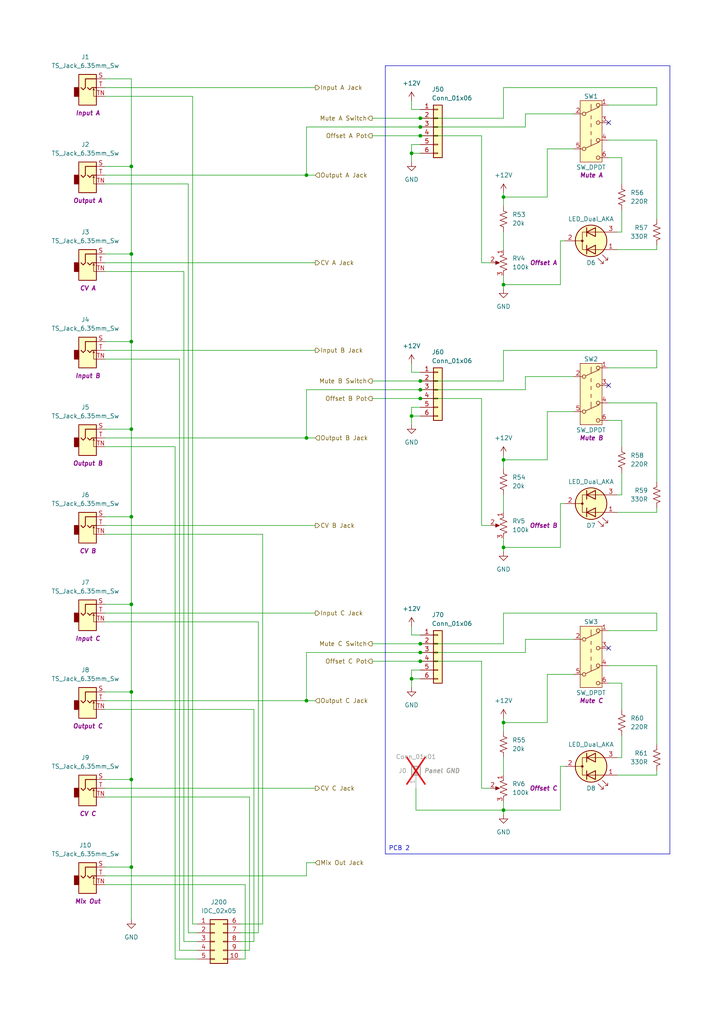
<source format=kicad_sch>
(kicad_sch (version 20250114) (generator "eeschema") (generator_version "9.0")
  (paper "A4" portrait)
  (title_block (company "DMH Instruments") (comment 1 "PCB for 5 cm Kosmo format synthesizer module"))
  (lib_symbols
    (symbol "Connector_Generic:Conn_01x01" (pin_names (offset 1.016) (hide yes))
      (property "Reference" "J" (at 0 2.54 0))
      (property "Value" "Conn_01x01" (at 0 -2.54 0))
      (symbol "Conn_01x01_1_1"
        (rectangle (start -1.27 1.27) (end 1.27 -1.27) (stroke (width 0.254)) (fill (type background)))
        (rectangle (start -1.27 0.127) (end 0 -0.127) (stroke (width 0.1524)))
        (pin passive line (at -5.08 0 0) (length 3.81) (name "Pin_1") (number "1"))
      )
    )
    (symbol "Connector_Generic:Conn_01x06" (pin_names (offset 1.016) (hide yes))
      (property "Reference" "J" (at 0 7.62 0))
      (property "Value" "Conn_01x06" (at 0 -10.16 0))
      (symbol "Conn_01x06_1_1"
        (rectangle (start -1.27 6.35) (end 1.27 -8.89) (stroke (width 0.254)) (fill (type background)))
        (rectangle (start -1.27 5.207) (end 0 4.953) (stroke (width 0.1524)))
        (rectangle (start -1.27 2.667) (end 0 2.413) (stroke (width 0.1524)))
        (rectangle (start -1.27 0.127) (end 0 -0.127) (stroke (width 0.1524)))
        (rectangle (start -1.27 -2.413) (end 0 -2.667) (stroke (width 0.1524)))
        (rectangle (start -1.27 -4.953) (end 0 -5.207) (stroke (width 0.1524)))
        (rectangle (start -1.27 -7.493) (end 0 -7.747) (stroke (width 0.1524)))
        (pin passive line (at -5.08 5.08 0) (length 3.81) (name "Pin_1") (number "1"))
        (pin passive line (at -5.08 2.54 0) (length 3.81) (name "Pin_2") (number "2"))
        (pin passive line (at -5.08 0 0) (length 3.81) (name "Pin_3") (number "3"))
        (pin passive line (at -5.08 -2.54 0) (length 3.81) (name "Pin_4") (number "4"))
        (pin passive line (at -5.08 -5.08 0) (length 3.81) (name "Pin_5") (number "5"))
        (pin passive line (at -5.08 -7.62 0) (length 3.81) (name "Pin_6") (number "6"))
      )
    )
    (symbol "Device:LED_Dual_AKA" (pin_names (offset 0) (hide yes))
      (property "Reference" "D" (at 0 5.715 0))
      (property "Value" "LED_Dual_AKA" (at 0 -6.35 0))
      (symbol "LED_Dual_AKA_0_1"
        (polyline (pts (xy -4.572 0) (xy -2.54 0)))
        (circle (center -2.54 0) (radius 0.2794) (fill (type outline)))
        (polyline (pts (xy -1.27 1.27) (xy -1.27 3.81)) (stroke (width 0.254)))
        (polyline (pts (xy -1.27 -1.27) (xy -1.27 -3.81)) (stroke (width 0.254)))
        (circle (center 0 0) (radius 4.572) (stroke (width 0.254)) (fill (type background)))
        (polyline (pts (xy 1.27 1.27) (xy 1.27 3.81) (xy -1.27 2.54) (xy 1.27 1.27)) (stroke (width 0.254)))
        (polyline (pts (xy 1.27 -3.81) (xy 1.27 -1.27) (xy -1.27 -2.54) (xy 1.27 -3.81)) (stroke (width 0.254)))
        (polyline (pts (xy 2.032 5.08) (xy 3.556 6.604) (xy 2.794 6.604) (xy 3.556 6.604) (xy 3.556 5.842)))
        (polyline (pts (xy 2.032 2.54) (xy -2.54 2.54) (xy -2.54 -2.54) (xy 2.032 -2.54)))
        (polyline (pts (xy 3.302 4.064) (xy 4.826 5.588) (xy 4.064 5.588) (xy 4.826 5.588) (xy 4.826 4.826)))
        (polyline (pts (xy 3.81 2.54) (xy 1.905 2.54)))
        (polyline (pts (xy 3.81 -2.54) (xy 1.905 -2.54)))
      )
      (symbol "LED_Dual_AKA_1_1"
        (pin input line (at -7.62 0 0) (length 3.048) (name "K") (number "2"))
        (pin input line (at 7.62 2.54 180) (length 3.81) (name "A1") (number "1"))
        (pin input line (at 7.62 -2.54 180) (length 3.81) (name "A2") (number "3"))
      )
    )
    (symbol "Device:R_Potentiometer_US" (pin_names (offset 1.016) (hide yes))
      (property "Reference" "RV" (at -4.445 0 90))
      (property "Value" "R_Potentiometer_US" (at -2.54 0 90))
      (symbol "R_Potentiometer_US_0_1"
        (polyline (pts (xy 0 2.54) (xy 0 2.286)))
        (polyline (pts (xy 0 2.286) (xy 1.016 1.905) (xy 0 1.524) (xy -1.016 1.143) (xy 0 0.762)))
        (polyline (pts (xy 0 0.762) (xy 1.016 0.381) (xy 0 0) (xy -1.016 -0.381) (xy 0 -0.762)))
        (polyline (pts (xy 0 -0.762) (xy 1.016 -1.143) (xy 0 -1.524) (xy -1.016 -1.905) (xy 0 -2.286)))
        (polyline (pts (xy 0 -2.286) (xy 0 -2.54)))
        (polyline (pts (xy 1.143 0) (xy 2.286 0.508) (xy 2.286 -0.508) (xy 1.143 0)) (fill (type outline)))
        (polyline (pts (xy 2.54 0) (xy 1.524 0)))
      )
      (symbol "R_Potentiometer_US_1_1"
        (pin passive line (at 0 3.81 270) (length 1.27) (name "1") (number "1"))
        (pin passive line (at 0 -3.81 90) (length 1.27) (name "3") (number "3"))
        (pin passive line (at 3.81 0 180) (length 1.27) (name "2") (number "2"))
      )
    )
    (symbol "Device:R_US" (pin_numbers (hide yes)) (pin_names (offset 0))
      (property "Reference" "R" (at 2.54 0 90))
      (property "Value" "R_US" (at -2.54 0 90))
      (symbol "R_US_0_1"
        (polyline (pts (xy 0 2.286) (xy 0 2.54)))
        (polyline (pts (xy 0 2.286) (xy 1.016 1.905) (xy 0 1.524) (xy -1.016 1.143) (xy 0 0.762)))
        (polyline (pts (xy 0 0.762) (xy 1.016 0.381) (xy 0 0) (xy -1.016 -0.381) (xy 0 -0.762)))
        (polyline (pts (xy 0 -0.762) (xy 1.016 -1.143) (xy 0 -1.524) (xy -1.016 -1.905) (xy 0 -2.286)))
        (polyline (pts (xy 0 -2.286) (xy 0 -2.54)))
      )
      (symbol "R_US_1_1"
        (pin passive line (at 0 3.81 270) (length 1.27) (name "~") (number "1"))
        (pin passive line (at 0 -3.81 90) (length 1.27) (name "~") (number "2"))
      )
    )
    (symbol "SynthStuff:BackBone_Connector_10Pin" (pin_names (offset 1.016) (hide yes))
      (property "Reference" "J" (at 0 -10.922 0))
      (property "Value" "IDC_02x05" (at 0 -8.382 0))
      (symbol "BackBone_Connector_10Pin_1_1"
        (rectangle (start -2.54 6.35) (end 2.54 -6.35) (stroke (width 0.254)) (fill (type background)))
        (rectangle (start -2.54 5.207) (end -1.27 4.953) (stroke (width 0.1524)))
        (rectangle (start -2.54 2.667) (end -1.27 2.413) (stroke (width 0.1524)))
        (rectangle (start -2.54 0.127) (end -1.27 -0.127) (stroke (width 0.1524)))
        (rectangle (start -2.54 -2.413) (end -1.27 -2.667) (stroke (width 0.1524)))
        (rectangle (start -2.54 -4.953) (end -1.27 -5.207) (stroke (width 0.1524)))
        (rectangle (start 2.54 5.207) (end 1.27 4.953) (stroke (width 0.1524)))
        (rectangle (start 2.54 2.667) (end 1.27 2.413) (stroke (width 0.1524)))
        (rectangle (start 2.54 0.127) (end 1.27 -0.127) (stroke (width 0.1524)))
        (rectangle (start 2.54 -2.413) (end 1.27 -2.667) (stroke (width 0.1524)))
        (rectangle (start 2.54 -4.953) (end 1.27 -5.207) (stroke (width 0.1524)))
        (pin passive line (at -6.35 5.08 0) (length 3.81) (name "Pin_1") (number "1"))
        (pin passive line (at -6.35 2.54 0) (length 3.81) (name "Pin_2") (number "2"))
        (pin passive line (at -6.35 0 0) (length 3.81) (name "Pin_3") (number "3"))
        (pin passive line (at -6.35 -2.54 0) (length 3.81) (name "Pin_4") (number "4"))
        (pin passive line (at -6.35 -5.08 0) (length 3.81) (name "Pin_5") (number "5"))
        (pin passive line (at 6.35 5.08 180) (length 3.81) (name "Pin_6") (number "6"))
        (pin passive line (at 6.35 2.54 180) (length 3.81) (name "Pin_7") (number "7"))
        (pin passive line (at 6.35 0 180) (length 3.81) (name "Pin_8") (number "8"))
        (pin passive line (at 6.35 -2.54 180) (length 3.81) (name "Pin_9") (number "9"))
        (pin passive line (at 6.35 -5.08 180) (length 3.81) (name "Pin_10") (number "10"))
      )
    )
    (symbol "SynthStuff:Switch_DPDT" (pin_names (offset 0) (hide yes))
      (property "Reference" "SW" (at 0 -13.97 0))
      (property "Value" "SW_DPDT" (at 0 -11.43 0))
      (symbol "Switch_DPDT_0_0"
        (circle (center -2.032 5.08) (radius 0.508))
        (circle (center -2.032 -5.08) (radius 0.508))
        (circle (center 2.032 2.54) (radius 0.508))
        (circle (center 2.032 -7.62) (radius 0.508))
      )
      (symbol "Switch_DPDT_0_1"
        (polyline (pts (xy -1.524 5.334) (xy 2.3368 7.0612)))
        (polyline (pts (xy -1.524 -4.826) (xy 2.3368 -3.0988)))
        (polyline (pts (xy 0 7.874) (xy 0 6.096)))
        (polyline (pts (xy 0 3.556) (xy 0 4.572)))
        (polyline (pts (xy 0 1.27) (xy 0 2.286)))
        (polyline (pts (xy 0 -1.016) (xy 0 0)))
        (polyline (pts (xy 0 -2.286) (xy 0 -4.064)))
        (circle (center 2.032 7.62) (radius 0.508))
        (circle (center 2.032 -2.54) (radius 0.508))
      )
      (symbol "Switch_DPDT_1_1"
        (rectangle (start -3.175 8.89) (end 3.175 -8.89) (fill (type background)))
        (pin passive line (at -5.08 5.08 0) (length 2.54) (name "B") (number "2"))
        (pin passive line (at -5.08 -5.08 0) (length 2.54) (name "B") (number "5"))
        (pin passive line (at 5.08 7.62 180) (length 2.54) (name "A") (number "1"))
        (pin passive line (at 5.08 2.54 180) (length 2.54) (name "C") (number "3"))
        (pin passive line (at 5.08 -2.54 180) (length 2.54) (name "A") (number "4"))
        (pin passive line (at 5.08 -7.62 180) (length 2.54) (name "C") (number "6"))
      )
    )
    (symbol "SynthStuff:TS_Jack_6.35mm_Sw"
      (property "Reference" "J" (at -0.635 8.89 0))
      (property "Value" "TS_Jack_6.35mm_Sw" (at -0.635 6.35 0))
      (symbol "TS_Jack_6.35mm_Sw_0_1"
        (rectangle (start -2.54 0) (end -3.81 -2.54) (stroke (width 0.254)) (fill (type outline)))
        (polyline (pts (xy 0 0) (xy 0.635 -0.635) (xy 1.27 0) (xy 2.54 0)) (stroke (width 0.254)))
        (polyline (pts (xy 1.778 -0.254) (xy 2.032 -0.762)))
        (rectangle (start 2.54 3.81) (end -2.54 -5.08) (stroke (width 0.254)) (fill (type background)))
        (polyline (pts (xy 2.54 2.54) (xy -0.635 2.54) (xy -0.635 0) (xy -1.27 -0.635) (xy -1.905 0)) (stroke (width 0.254)))
        (polyline (pts (xy 2.54 -2.54) (xy 1.778 -2.54) (xy 1.778 -0.254) (xy 1.524 -0.762)))
      )
      (symbol "TS_Jack_6.35mm_Sw_1_1"
        (pin passive line (at 5.08 2.54 180) (length 2.54) (name "~") (number "S"))
        (pin passive line (at 5.08 0 180) (length 2.54) (name "~") (number "T"))
        (pin passive line (at 5.08 -2.54 180) (length 2.54) (name "~") (number "TN"))
      )
    )
    (symbol "power:+12V" (power) (pin_numbers (hide yes)) (pin_names (offset 0) (hide yes))
      (property "Value" "+12V" (at 0 3.556 0))
      (symbol "+12V_0_1"
        (polyline (pts (xy -0.762 1.27) (xy 0 2.54)))
        (polyline (pts (xy 0 2.54) (xy 0.762 1.27)))
        (polyline (pts (xy 0 0) (xy 0 2.54)))
      )
      (symbol "+12V_1_1"
        (pin power_in line (at 0 0 90) (length 0) (name "~") (number "1"))
      )
    )
    (symbol "power:GND" (power) (pin_numbers (hide yes)) (pin_names (offset 0) (hide yes))
      (property "Value" "GND" (at 0 -3.81 0))
      (symbol "GND_0_1"
        (polyline (pts (xy 0 0) (xy 0 -1.27) (xy 1.27 -1.27) (xy 0 -2.54) (xy -1.27 -1.27) (xy 0 -1.27)))
      )
      (symbol "GND_1_1"
        (pin power_in line (at 0 0 270) (length 0) (name "~") (number "1"))
      )
    )
  )
  (rectangle (start 111.76 19.05) (end 194.31 247.65))
  (text "PCB 2" (at 115.824 246.126 0) (effects (font (size 1.27 1.27))))
  (junction (at 88.9 50.8))
  (junction (at 88.9 127))
  (junction (at 121.92 186.69))
  (junction (at 146.05 209.55))
  (junction (at 38.1 200.66))
  (junction (at 146.05 234.95))
  (junction (at 121.92 189.23))
  (junction (at 38.1 175.26))
  (junction (at 146.05 57.15))
  (junction (at 121.92 191.77))
  (junction (at 146.05 158.75))
  (junction (at 119.38 120.65))
  (junction (at 121.92 115.57))
  (junction (at 38.1 99.06))
  (junction (at 119.38 44.45))
  (junction (at 119.38 196.85))
  (junction (at 38.1 48.26))
  (junction (at 121.92 36.83))
  (junction (at 121.92 39.37))
  (junction (at 38.1 226.06))
  (junction (at 146.05 82.55))
  (junction (at 88.9 203.2))
  (junction (at 38.1 149.86))
  (junction (at 146.05 133.35))
  (junction (at 38.1 124.46))
  (junction (at 38.1 251.46))
  (junction (at 121.92 34.29))
  (junction (at 38.1 73.66))
  (junction (at 121.92 110.49))
  (junction (at 121.92 113.03))
  (no_connect (at 176.53 111.76))
  (no_connect (at 176.53 187.96))
  (no_connect (at 176.53 35.56))
  (wire (pts (xy 190.5 40.64) (xy 190.5 63.5)))
  (wire (pts (xy 119.38 181.61) (xy 119.38 184.15)))
  (wire (pts (xy 146.05 219.71) (xy 146.05 224.79)))
  (wire (pts (xy 139.7 228.6) (xy 139.7 191.77)))
  (wire (pts (xy 139.7 39.37) (xy 121.92 39.37)))
  (wire (pts (xy 120.65 234.95) (xy 146.05 234.95)))
  (wire (pts (xy 166.37 109.22) (xy 152.4 109.22)))
  (wire (pts (xy 69.85 270.51) (xy 74.93 270.51)))
  (wire (pts (xy 57.15 270.51) (xy 54.61 270.51)))
  (wire (pts (xy 180.34 143.51) (xy 179.07 143.51)))
  (wire (pts (xy 146.05 132.08) (xy 146.05 133.35)))
  (wire (pts (xy 121.92 189.23) (xy 88.9 189.23)))
  (wire (pts (xy 166.37 185.42) (xy 152.4 185.42)))
  (wire (pts (xy 190.5 177.8) (xy 146.05 177.8)))
  (wire (pts (xy 146.05 80.01) (xy 146.05 82.55)))
  (wire (pts (xy 190.5 30.48) (xy 190.5 25.4)))
  (wire (pts (xy 30.48 149.86) (xy 38.1 149.86)))
  (wire (pts (xy 146.05 208.28) (xy 146.05 209.55)))
  (wire (pts (xy 180.34 137.16) (xy 180.34 143.51)))
  (wire (pts (xy 190.5 72.39) (xy 190.5 71.12)))
  (wire (pts (xy 38.1 175.26) (xy 38.1 149.86)))
  (wire (pts (xy 72.39 275.59) (xy 69.85 275.59)))
  (wire (pts (xy 146.05 143.51) (xy 146.05 148.59)))
  (wire (pts (xy 55.88 267.97) (xy 55.88 27.94)))
  (wire (pts (xy 38.1 99.06) (xy 38.1 73.66)))
  (wire (pts (xy 119.38 41.91) (xy 119.38 44.45)))
  (wire (pts (xy 30.48 48.26) (xy 38.1 48.26)))
  (wire (pts (xy 176.53 182.88) (xy 190.5 182.88)))
  (wire (pts (xy 57.15 267.97) (xy 55.88 267.97)))
  (wire (pts (xy 52.07 275.59) (xy 52.07 104.14)))
  (wire (pts (xy 176.53 198.12) (xy 180.34 198.12)))
  (wire (pts (xy 30.48 200.66) (xy 38.1 200.66)))
  (wire (pts (xy 30.48 203.2) (xy 88.9 203.2)))
  (wire (pts (xy 88.9 36.83) (xy 88.9 50.8)))
  (wire (pts (xy 38.1 22.86) (xy 30.48 22.86)))
  (wire (pts (xy 180.34 67.31) (xy 179.07 67.31)))
  (wire (pts (xy 55.88 27.94) (xy 30.48 27.94)))
  (wire (pts (xy 179.07 224.79) (xy 190.5 224.79)))
  (wire (pts (xy 180.34 213.36) (xy 180.34 219.71)))
  (wire (pts (xy 190.5 148.59) (xy 190.5 147.32)))
  (wire (pts (xy 30.48 177.8) (xy 91.44 177.8)))
  (wire (pts (xy 30.48 76.2) (xy 91.44 76.2)))
  (wire (pts (xy 139.7 76.2) (xy 139.7 39.37)))
  (wire (pts (xy 146.05 186.69) (xy 121.92 186.69)))
  (wire (pts (xy 57.15 278.13) (xy 50.8 278.13)))
  (wire (pts (xy 107.95 39.37) (xy 121.92 39.37)))
  (wire (pts (xy 176.53 116.84) (xy 190.5 116.84)))
  (wire (pts (xy 152.4 113.03) (xy 121.92 113.03)))
  (wire (pts (xy 162.56 158.75) (xy 146.05 158.75)))
  (wire (pts (xy 50.8 278.13) (xy 50.8 129.54)))
  (wire (pts (xy 38.1 266.7) (xy 38.1 251.46)))
  (wire (pts (xy 190.5 106.68) (xy 190.5 101.6)))
  (wire (pts (xy 152.4 189.23) (xy 121.92 189.23)))
  (wire (pts (xy 146.05 158.75) (xy 146.05 160.02)))
  (wire (pts (xy 121.92 36.83) (xy 152.4 36.83)))
  (wire (pts (xy 180.34 121.92) (xy 180.34 129.54)))
  (wire (pts (xy 152.4 33.02) (xy 152.4 36.83)))
  (wire (pts (xy 176.53 30.48) (xy 190.5 30.48)))
  (wire (pts (xy 50.8 129.54) (xy 30.48 129.54)))
  (wire (pts (xy 30.48 228.6) (xy 91.44 228.6)))
  (wire (pts (xy 30.48 152.4) (xy 91.44 152.4)))
  (wire (pts (xy 121.92 194.31) (xy 119.38 194.31)))
  (wire (pts (xy 190.5 215.9) (xy 190.5 193.04)))
  (wire (pts (xy 53.34 78.74) (xy 30.48 78.74)))
  (wire (pts (xy 121.92 31.75) (xy 119.38 31.75)))
  (wire (pts (xy 146.05 234.95) (xy 146.05 236.22)))
  (wire (pts (xy 180.34 60.96) (xy 180.34 67.31)))
  (wire (pts (xy 158.75 119.38) (xy 158.75 133.35)))
  (wire (pts (xy 30.48 205.74) (xy 73.66 205.74)))
  (wire (pts (xy 190.5 101.6) (xy 146.05 101.6)))
  (wire (pts (xy 176.53 106.68) (xy 190.5 106.68)))
  (wire (pts (xy 38.1 251.46) (xy 38.1 226.06)))
  (wire (pts (xy 146.05 101.6) (xy 146.05 110.49)))
  (wire (pts (xy 30.48 127) (xy 88.9 127)))
  (wire (pts (xy 38.1 48.26) (xy 38.1 22.86)))
  (wire (pts (xy 179.07 72.39) (xy 190.5 72.39)))
  (wire (pts (xy 69.85 267.97) (xy 76.2 267.97)))
  (wire (pts (xy 139.7 191.77) (xy 121.92 191.77)))
  (wire (pts (xy 121.92 41.91) (xy 119.38 41.91)))
  (wire (pts (xy 180.34 219.71) (xy 179.07 219.71)))
  (wire (pts (xy 190.5 224.79) (xy 190.5 223.52)))
  (wire (pts (xy 146.05 25.4) (xy 146.05 34.29)))
  (wire (pts (xy 69.85 273.05) (xy 73.66 273.05)))
  (wire (pts (xy 139.7 152.4) (xy 139.7 115.57)))
  (wire (pts (xy 121.92 118.11) (xy 119.38 118.11)))
  (wire (pts (xy 30.48 175.26) (xy 38.1 175.26)))
  (wire (pts (xy 52.07 104.14) (xy 30.48 104.14)))
  (wire (pts (xy 30.48 101.6) (xy 91.44 101.6)))
  (wire (pts (xy 146.05 57.15) (xy 146.05 59.69)))
  (wire (pts (xy 57.15 273.05) (xy 53.34 273.05)))
  (wire (pts (xy 162.56 69.85) (xy 162.56 82.55)))
  (wire (pts (xy 176.53 40.64) (xy 190.5 40.64)))
  (wire (pts (xy 119.38 199.39) (xy 119.38 196.85)))
  (wire (pts (xy 162.56 146.05) (xy 162.56 158.75)))
  (wire (pts (xy 107.95 191.77) (xy 121.92 191.77)))
  (wire (pts (xy 142.24 76.2) (xy 139.7 76.2)))
  (wire (pts (xy 119.38 194.31) (xy 119.38 196.85)))
  (wire (pts (xy 30.48 256.54) (xy 71.12 256.54)))
  (wire (pts (xy 71.12 278.13) (xy 69.85 278.13)))
  (wire (pts (xy 158.75 43.18) (xy 166.37 43.18)))
  (wire (pts (xy 166.37 119.38) (xy 158.75 119.38)))
  (wire (pts (xy 146.05 82.55) (xy 146.05 83.82)))
  (wire (pts (xy 119.38 120.65) (xy 119.38 123.19)))
  (wire (pts (xy 146.05 57.15) (xy 158.75 57.15)))
  (wire (pts (xy 30.48 154.94) (xy 76.2 154.94)))
  (wire (pts (xy 162.56 222.25) (xy 162.56 234.95)))
  (wire (pts (xy 179.07 148.59) (xy 190.5 148.59)))
  (wire (pts (xy 176.53 121.92) (xy 180.34 121.92)))
  (wire (pts (xy 146.05 209.55) (xy 146.05 212.09)))
  (wire (pts (xy 30.48 180.34) (xy 74.93 180.34)))
  (wire (pts (xy 146.05 156.21) (xy 146.05 158.75)))
  (wire (pts (xy 30.48 99.06) (xy 38.1 99.06)))
  (wire (pts (xy 146.05 133.35) (xy 146.05 135.89)))
  (wire (pts (xy 88.9 203.2) (xy 91.44 203.2)))
  (wire (pts (xy 142.24 152.4) (xy 139.7 152.4)))
  (wire (pts (xy 190.5 139.7) (xy 190.5 116.84)))
  (wire (pts (xy 158.75 195.58) (xy 158.75 209.55)))
  (wire (pts (xy 71.12 256.54) (xy 71.12 278.13)))
  (wire (pts (xy 121.92 36.83) (xy 88.9 36.83)))
  (wire (pts (xy 142.24 228.6) (xy 139.7 228.6)))
  (wire (pts (xy 176.53 193.04) (xy 190.5 193.04)))
  (wire (pts (xy 176.53 45.72) (xy 180.34 45.72)))
  (wire (pts (xy 158.75 57.15) (xy 158.75 43.18)))
  (wire (pts (xy 73.66 205.74) (xy 73.66 273.05)))
  (wire (pts (xy 107.95 34.29) (xy 121.92 34.29)))
  (wire (pts (xy 30.48 231.14) (xy 72.39 231.14)))
  (wire (pts (xy 88.9 250.19) (xy 91.44 250.19)))
  (wire (pts (xy 152.4 33.02) (xy 166.37 33.02)))
  (wire (pts (xy 162.56 69.85) (xy 163.83 69.85)))
  (wire (pts (xy 121.92 120.65) (xy 119.38 120.65)))
  (wire (pts (xy 38.1 73.66) (xy 38.1 48.26)))
  (wire (pts (xy 119.38 107.95) (xy 119.38 105.41)))
  (wire (pts (xy 180.34 45.72) (xy 180.34 53.34)))
  (wire (pts (xy 121.92 113.03) (xy 88.9 113.03)))
  (wire (pts (xy 30.48 25.4) (xy 91.44 25.4)))
  (wire (pts (xy 162.56 222.25) (xy 163.83 222.25)))
  (wire (pts (xy 146.05 34.29) (xy 121.92 34.29)))
  (wire (pts (xy 88.9 254) (xy 88.9 250.19)))
  (wire (pts (xy 146.05 55.88) (xy 146.05 57.15)))
  (wire (pts (xy 146.05 82.55) (xy 162.56 82.55)))
  (wire (pts (xy 166.37 195.58) (xy 158.75 195.58)))
  (wire (pts (xy 158.75 133.35) (xy 146.05 133.35)))
  (wire (pts (xy 30.48 73.66) (xy 38.1 73.66)))
  (wire (pts (xy 54.61 53.34) (xy 54.61 270.51)))
  (wire (pts (xy 30.48 251.46) (xy 38.1 251.46)))
  (wire (pts (xy 76.2 154.94) (xy 76.2 267.97)))
  (wire (pts (xy 30.48 53.34) (xy 54.61 53.34)))
  (wire (pts (xy 107.95 115.57) (xy 121.92 115.57)))
  (wire (pts (xy 119.38 118.11) (xy 119.38 120.65)))
  (wire (pts (xy 152.4 185.42) (xy 152.4 189.23)))
  (wire (pts (xy 146.05 177.8) (xy 146.05 186.69)))
  (wire (pts (xy 30.48 226.06) (xy 38.1 226.06)))
  (wire (pts (xy 88.9 50.8) (xy 91.44 50.8)))
  (wire (pts (xy 119.38 31.75) (xy 119.38 29.21)))
  (wire (pts (xy 152.4 109.22) (xy 152.4 113.03)))
  (wire (pts (xy 162.56 146.05) (xy 163.83 146.05)))
  (wire (pts (xy 146.05 232.41) (xy 146.05 234.95)))
  (wire (pts (xy 88.9 189.23) (xy 88.9 203.2)))
  (wire (pts (xy 146.05 110.49) (xy 121.92 110.49)))
  (wire (pts (xy 38.1 149.86) (xy 38.1 124.46)))
  (wire (pts (xy 74.93 180.34) (xy 74.93 270.51)))
  (wire (pts (xy 107.95 110.49) (xy 121.92 110.49)))
  (wire (pts (xy 120.65 228.6) (xy 120.65 234.95)))
  (wire (pts (xy 53.34 273.05) (xy 53.34 78.74)))
  (wire (pts (xy 38.1 226.06) (xy 38.1 200.66)))
  (wire (pts (xy 121.92 107.95) (xy 119.38 107.95)))
  (wire (pts (xy 146.05 234.95) (xy 162.56 234.95)))
  (wire (pts (xy 121.92 44.45) (xy 119.38 44.45)))
  (wire (pts (xy 57.15 275.59) (xy 52.07 275.59)))
  (wire (pts (xy 119.38 196.85) (xy 121.92 196.85)))
  (wire (pts (xy 146.05 209.55) (xy 158.75 209.55)))
  (wire (pts (xy 180.34 198.12) (xy 180.34 205.74)))
  (wire (pts (xy 38.1 124.46) (xy 38.1 99.06)))
  (wire (pts (xy 88.9 113.03) (xy 88.9 127)))
  (wire (pts (xy 88.9 127) (xy 91.44 127)))
  (wire (pts (xy 119.38 44.45) (xy 119.38 46.99)))
  (wire (pts (xy 146.05 67.31) (xy 146.05 72.39)))
  (wire (pts (xy 38.1 200.66) (xy 38.1 175.26)))
  (wire (pts (xy 30.48 50.8) (xy 88.9 50.8)))
  (wire (pts (xy 190.5 25.4) (xy 146.05 25.4)))
  (wire (pts (xy 139.7 115.57) (xy 121.92 115.57)))
  (wire (pts (xy 72.39 231.14) (xy 72.39 275.59)))
  (wire (pts (xy 30.48 254) (xy 88.9 254)))
  (wire (pts (xy 190.5 182.88) (xy 190.5 177.8)))
  (wire (pts (xy 119.38 184.15) (xy 121.92 184.15)))
  (wire (pts (xy 30.48 124.46) (xy 38.1 124.46)))
  (wire (pts (xy 107.95 186.69) (xy 121.92 186.69)))
  (hierarchical_label "CV B Jack" (shape output) (at 91.44 152.4 0))
  (hierarchical_label "Offset A Pot" (shape output) (at 107.95 39.37 180))
  (hierarchical_label "Offset B Pot" (shape output) (at 107.95 115.57 180))
  (hierarchical_label "CV A Jack" (shape output) (at 91.44 76.2 0))
  (hierarchical_label "Output C Jack" (shape input) (at 91.44 203.2 0))
  (hierarchical_label "Output B Jack" (shape input) (at 91.44 127 0))
  (hierarchical_label "Mute A Switch" (shape output) (at 107.95 34.29 180))
  (hierarchical_label "Output A Jack" (shape input) (at 91.44 50.8 0))
  (hierarchical_label "Input B Jack" (shape output) (at 91.44 101.6 0))
  (hierarchical_label "Input C Jack" (shape output) (at 91.44 177.8 0))
  (hierarchical_label "Mix Out Jack" (shape input) (at 91.44 250.19 0))
  (hierarchical_label "Mute B Switch" (shape output) (at 107.95 110.49 180))
  (hierarchical_label "CV C Jack" (shape output) (at 91.44 228.6 0))
  (hierarchical_label "Input A Jack" (shape output) (at 91.44 25.4 0))
  (hierarchical_label "Mute C Switch" (shape output) (at 107.95 186.69 180))
  (hierarchical_label "Offset C Pot" (shape output) (at 107.95 191.77 180))
  (symbol (lib_id "SynthStuff:TS_Jack_6.35mm_Sw") (at 25.4 228.6 0) (unit 1) (on_board no)
    (property "Reference" "J9" (at 24.765 219.71 0))
    (property "Value" "TS_Jack_6.35mm_Sw" (at 24.765 222.25 0))
    (property "Footprint" "SynthStuff:CUI_MJ-63052A" (effects (hide yes)))
    (property "Description" "Audio Jack, 2 Poles (Mono / TS), Switched T Pole (Normalling), 6.35mm, 1/4inch" (effects (hide yes)))
    (property "Function" "CV C" (at 25.4 235.966 0) (effects (font (thickness 0.254) (bold yes) (italic yes))))
  )
  (symbol (lib_id "SynthStuff:TS_Jack_6.35mm_Sw") (at 25.4 50.8 0) (unit 1) (on_board no)
    (property "Reference" "J2" (at 24.765 41.91 0))
    (property "Value" "TS_Jack_6.35mm_Sw" (at 24.765 44.45 0))
    (property "Footprint" "SynthStuff:CUI_MJ-63052A" (effects (hide yes)))
    (property "Description" "Audio Jack, 2 Poles (Mono / TS), Switched T Pole (Normalling), 6.35mm, 1/4inch" (effects (hide yes)))
    (property "Function" "Output A" (at 25.4 58.166 0) (effects (font (thickness 0.254) (bold yes) (italic yes))))
  )
  (symbol (lib_id "Device:LED_Dual_AKA") (at 171.45 69.85 0) (mirror x) (unit 1)
    (property "Reference" "D6" (at 171.45 76.2 0))
    (property "Value" "LED_Dual_AKA" (at 171.45 63.5 0))
    (property "Footprint" "SynthStuff:LED_D3.0mm-2color" (effects (hide yes)))
    (property "Description" "Dual LED, common cathode on pin 2" (effects (hide yes)))
  )
  (symbol (lib_id "power:GND") (at 119.38 123.19 0) (unit 1)
    (property "Reference" "#PWR045" (effects (hide yes)))
    (property "Value" "GND" (at 119.38 128.27 0))
    (property "Description" "Power symbol creates a global label with name \"GND\" , ground" (effects (hide yes)))
  )
  (symbol (lib_id "power:GND") (at 146.05 160.02 0) (unit 1)
    (property "Reference" "#PWR037" (effects (hide yes)))
    (property "Value" "GND" (at 146.05 165.1 0))
    (property "Description" "Power symbol creates a global label with name \"GND\" , ground" (effects (hide yes)))
  )
  (symbol (lib_id "power:+12V") (at 119.38 105.41 0) (unit 1)
    (property "Reference" "#PWR042" (effects (hide yes)))
    (property "Value" "+12V" (at 119.38 100.33 0))
    (property "Description" "Power symbol creates a global label with name \"+12V\"" (effects (hide yes)))
  )
  (symbol (lib_id "SynthStuff:Switch_DPDT") (at 171.45 38.1 0) (unit 1)
    (property "Reference" "SW1" (at 171.45 27.94 0))
    (property "Value" "SW_DPDT" (at 171.45 48.514 0))
    (property "Footprint" "SynthStuff:Toggle_Switch_2_Poles_THT" (effects (hide yes)))
    (property "Description" "DPDT switch, can be ON-ON or ON-OFF-ON" (effects (hide yes)))
    (property "Function" "Mute A" (at 171.45 50.8 0) (effects (font (thickness 0.254) (bold yes) (italic yes))))
  )
  (symbol (lib_id "SynthStuff:Switch_DPDT") (at 171.45 190.5 0) (unit 1)
    (property "Reference" "SW3" (at 171.45 180.34 0))
    (property "Value" "SW_DPDT" (at 171.45 200.914 0))
    (property "Footprint" "SynthStuff:Toggle_Switch_2_Poles_THT" (effects (hide yes)))
    (property "Description" "DPDT switch, can be ON-ON or ON-OFF-ON" (effects (hide yes)))
    (property "Function" "Mute C" (at 171.45 203.2 0) (effects (font (thickness 0.254) (bold yes) (italic yes))))
  )
  (symbol (lib_id "SynthStuff:BackBone_Connector_10Pin") (at 63.5 273.05 0) (unit 1) (on_board no)
    (property "Reference" "J200" (at 63.5 261.62 0))
    (property "Value" "IDC_02x05" (at 63.5 264.16 0))
    (property "Footprint" "SynthStuff:IDC-Header_2x05_P2.54mm_Vertical_BackBone" (effects (hide yes)))
    (property "Description" "IDC jack, 2x5 pins, row a carries same signals as row b." (effects (hide yes)))
  )
  (symbol (lib_id "Device:R_US") (at 180.34 57.15 180) (unit 1)
    (property "Reference" "R56" (at 182.88 55.8799 0) (effects (justify right)))
    (property "Value" "220R" (at 182.88 58.4199 0) (effects (justify right)))
    (property "Footprint" "Resistor_THT:R_Axial_DIN0207_L6.3mm_D2.5mm_P7.62mm_Horizontal" (effects (hide yes)))
    (property "Description" "Resistor, US symbol" (effects (hide yes)))
  )
  (symbol (lib_id "Connector_Generic:Conn_01x01") (at 120.65 223.52 90) (unit 1) (in_bom no) (dnp yes)
    (property "Reference" "J0" (at 115.57 223.52 90) (effects (justify right)))
    (property "Value" "Conn_01x01" (at 120.65 219.456 90))
    (property "Footprint" "Connector_PinHeader_2.54mm:PinHeader_1x01_P2.54mm_Vertical" (effects (hide yes)))
    (property "Description" "Generic connector, single row, 01x01, script generated (kicad-library-utils/schlib/autogen/connector/)" (effects (hide yes)))
    (property "Function" "Panel GND" (at 128.27 223.52 90) (effects (font (thickness 0.254) (bold yes) (italic yes))))
  )
  (symbol (lib_id "Device:R_Potentiometer_US") (at 146.05 152.4 0) (mirror y) (unit 1)
    (property "Reference" "RV5" (at 148.59 151.1299 0) (effects (justify right)))
    (property "Value" "100k" (at 148.59 153.6699 0) (effects (justify right)))
    (property "Footprint" "SynthStuff:Potentiometer_Alpha_RD901F-40-00D_Single_Vertical" (effects (hide yes)))
    (property "Description" "Potentiometer, US symbol" (effects (hide yes)))
    (property "Function" "Offset B" (at 157.734 152.4 0) (effects (font (thickness 0.254) (bold yes) (italic yes))))
  )
  (symbol (lib_id "SynthStuff:TS_Jack_6.35mm_Sw") (at 25.4 127 0) (unit 1) (on_board no)
    (property "Reference" "J5" (at 24.765 118.11 0))
    (property "Value" "TS_Jack_6.35mm_Sw" (at 24.765 120.65 0))
    (property "Footprint" "SynthStuff:CUI_MJ-63052A" (effects (hide yes)))
    (property "Description" "Audio Jack, 2 Poles (Mono / TS), Switched T Pole (Normalling), 6.35mm, 1/4inch" (effects (hide yes)))
    (property "Function" "Output B" (at 25.4 134.366 0) (effects (font (thickness 0.254) (bold yes) (italic yes))))
  )
  (symbol (lib_id "power:+12V") (at 146.05 55.88 0) (unit 1)
    (property "Reference" "#PWR034" (effects (hide yes)))
    (property "Value" "+12V" (at 146.05 50.8 0))
    (property "Description" "Power symbol creates a global label with name \"+12V\"" (effects (hide yes)))
  )
  (symbol (lib_id "power:GND") (at 119.38 199.39 0) (unit 1)
    (property "Reference" "#PWR046" (effects (hide yes)))
    (property "Value" "GND" (at 119.38 204.47 0))
    (property "Description" "Power symbol creates a global label with name \"GND\" , ground" (effects (hide yes)))
  )
  (symbol (lib_id "SynthStuff:TS_Jack_6.35mm_Sw") (at 25.4 101.6 0) (unit 1) (on_board no)
    (property "Reference" "J4" (at 24.765 92.71 0))
    (property "Value" "TS_Jack_6.35mm_Sw" (at 24.765 95.25 0))
    (property "Footprint" "SynthStuff:CUI_MJ-63052A" (effects (hide yes)))
    (property "Description" "Audio Jack, 2 Poles (Mono / TS), Switched T Pole (Normalling), 6.35mm, 1/4inch" (effects (hide yes)))
    (property "Function" "Input B" (at 25.4 108.966 0) (effects (font (thickness 0.254) (bold yes) (italic yes))))
  )
  (symbol (lib_id "power:+12V") (at 119.38 29.21 0) (unit 1)
    (property "Reference" "#PWR041" (effects (hide yes)))
    (property "Value" "+12V" (at 119.38 24.13 0))
    (property "Description" "Power symbol creates a global label with name \"+12V\"" (effects (hide yes)))
  )
  (symbol (lib_id "SynthStuff:TS_Jack_6.35mm_Sw") (at 25.4 254 0) (unit 1) (on_board no)
    (property "Reference" "J10" (at 24.765 245.11 0))
    (property "Value" "TS_Jack_6.35mm_Sw" (at 24.765 247.65 0))
    (property "Footprint" "SynthStuff:CUI_MJ-63052A" (effects (hide yes)))
    (property "Description" "Audio Jack, 2 Poles (Mono / TS), Switched T Pole (Normalling), 6.35mm, 1/4inch" (effects (hide yes)))
    (property "Function" "Mix Out" (at 25.4 261.366 0) (effects (font (thickness 0.254) (bold yes) (italic yes))))
  )
  (symbol (lib_id "SynthStuff:Switch_DPDT") (at 171.45 114.3 0) (unit 1)
    (property "Reference" "SW2" (at 171.45 104.14 0))
    (property "Value" "SW_DPDT" (at 171.45 124.714 0))
    (property "Footprint" "SynthStuff:Toggle_Switch_2_Poles_THT" (effects (hide yes)))
    (property "Description" "DPDT switch, can be ON-ON or ON-OFF-ON" (effects (hide yes)))
    (property "Function" "Mute B" (at 171.45 127 0) (effects (font (thickness 0.254) (bold yes) (italic yes))))
  )
  (symbol (lib_id "SynthStuff:TS_Jack_6.35mm_Sw") (at 25.4 177.8 0) (unit 1) (on_board no)
    (property "Reference" "J7" (at 24.765 168.91 0))
    (property "Value" "TS_Jack_6.35mm_Sw" (at 24.765 171.45 0))
    (property "Footprint" "SynthStuff:CUI_MJ-63052A" (effects (hide yes)))
    (property "Description" "Audio Jack, 2 Poles (Mono / TS), Switched T Pole (Normalling), 6.35mm, 1/4inch" (effects (hide yes)))
    (property "Function" "Input C" (at 25.4 185.166 0) (effects (font (thickness 0.254) (bold yes) (italic yes))))
  )
  (symbol (lib_id "power:+12V") (at 146.05 208.28 0) (unit 1)
    (property "Reference" "#PWR038" (effects (hide yes)))
    (property "Value" "+12V" (at 146.05 203.2 0))
    (property "Description" "Power symbol creates a global label with name \"+12V\"" (effects (hide yes)))
  )
  (symbol (lib_id "SynthStuff:TS_Jack_6.35mm_Sw") (at 25.4 203.2 0) (unit 1) (on_board no)
    (property "Reference" "J8" (at 24.765 194.31 0))
    (property "Value" "TS_Jack_6.35mm_Sw" (at 24.765 196.85 0))
    (property "Footprint" "SynthStuff:CUI_MJ-63052A" (effects (hide yes)))
    (property "Description" "Audio Jack, 2 Poles (Mono / TS), Switched T Pole (Normalling), 6.35mm, 1/4inch" (effects (hide yes)))
    (property "Function" "Output C" (at 25.4 210.566 0) (effects (font (thickness 0.254) (bold yes) (italic yes))))
  )
  (symbol (lib_id "Device:LED_Dual_AKA") (at 171.45 222.25 0) (mirror x) (unit 1)
    (property "Reference" "D8" (at 171.45 228.6 0))
    (property "Value" "LED_Dual_AKA" (at 171.45 215.9 0))
    (property "Footprint" "SynthStuff:LED_D3.0mm-2color" (effects (hide yes)))
    (property "Description" "Dual LED, common cathode on pin 2" (effects (hide yes)))
  )
  (symbol (lib_id "Device:R_US") (at 180.34 209.55 180) (unit 1)
    (property "Reference" "R60" (at 182.88 208.2799 0) (effects (justify right)))
    (property "Value" "220R" (at 182.88 210.8199 0) (effects (justify right)))
    (property "Footprint" "Resistor_THT:R_Axial_DIN0207_L6.3mm_D2.5mm_P7.62mm_Horizontal" (effects (hide yes)))
    (property "Description" "Resistor, US symbol" (effects (hide yes)))
  )
  (symbol (lib_id "power:+12V") (at 119.38 181.61 0) (unit 1)
    (property "Reference" "#PWR043" (effects (hide yes)))
    (property "Value" "+12V" (at 119.38 176.53 0))
    (property "Description" "Power symbol creates a global label with name \"+12V\"" (effects (hide yes)))
  )
  (symbol (lib_id "Device:R_US") (at 146.05 139.7 180) (unit 1)
    (property "Reference" "R54" (at 148.59 138.4299 0) (effects (justify right)))
    (property "Value" "20k" (at 148.59 140.9699 0) (effects (justify right)))
    (property "Footprint" "Resistor_THT:R_Axial_DIN0207_L6.3mm_D2.5mm_P7.62mm_Horizontal" (effects (hide yes)))
    (property "Description" "Resistor, US symbol" (effects (hide yes)))
  )
  (symbol (lib_id "Device:R_Potentiometer_US") (at 146.05 76.2 0) (mirror y) (unit 1)
    (property "Reference" "RV4" (at 148.59 74.9299 0) (effects (justify right)))
    (property "Value" "100k" (at 148.59 77.4699 0) (effects (justify right)))
    (property "Footprint" "SynthStuff:Potentiometer_Alpha_RD901F-40-00D_Single_Vertical" (effects (hide yes)))
    (property "Description" "Potentiometer, US symbol" (effects (hide yes)))
    (property "Function" "Offset A" (at 157.734 76.2 0) (effects (font (thickness 0.254) (bold yes) (italic yes))))
  )
  (symbol (lib_id "power:GND") (at 119.38 46.99 0) (unit 1)
    (property "Reference" "#PWR044" (effects (hide yes)))
    (property "Value" "GND" (at 119.38 52.07 0))
    (property "Description" "Power symbol creates a global label with name \"GND\" , ground" (effects (hide yes)))
  )
  (symbol (lib_id "Connector_Generic:Conn_01x06") (at 127 113.03 0) (unit 1)
    (property "Reference" "J60" (at 125.222 102.108 0) (effects (justify left)))
    (property "Value" "Conn_01x06" (at 125.222 104.648 0) (effects (justify left)))
    (property "Footprint" "Connector_PinHeader_2.54mm:PinHeader_1x06_P2.54mm_Vertical" (effects (hide yes)))
    (property "Description" "Generic connector, single row, 01x06, script generated (kicad-library-utils/schlib/autogen/connector/)" (effects (hide yes)))
  )
  (symbol (lib_id "power:GND") (at 146.05 236.22 0) (unit 1)
    (property "Reference" "#PWR039" (effects (hide yes)))
    (property "Value" "GND" (at 146.05 241.3 0))
    (property "Description" "Power symbol creates a global label with name \"GND\" , ground" (effects (hide yes)))
  )
  (symbol (lib_id "power:GND") (at 38.1 266.7 0) (unit 1)
    (property "Reference" "#PWR040" (effects (hide yes)))
    (property "Value" "GND" (at 38.1 271.78 0))
    (property "Description" "Power symbol creates a global label with name \"GND\" , ground" (effects (hide yes)))
  )
  (symbol (lib_id "Connector_Generic:Conn_01x06") (at 127 189.23 0) (unit 1)
    (property "Reference" "J70" (at 125.222 178.308 0) (effects (justify left)))
    (property "Value" "Conn_01x06" (at 125.222 180.848 0) (effects (justify left)))
    (property "Footprint" "Connector_PinHeader_2.54mm:PinHeader_1x06_P2.54mm_Vertical" (effects (hide yes)))
    (property "Description" "Generic connector, single row, 01x06, script generated (kicad-library-utils/schlib/autogen/connector/)" (effects (hide yes)))
  )
  (symbol (lib_id "Connector_Generic:Conn_01x06") (at 127 36.83 0) (unit 1)
    (property "Reference" "J50" (at 125.222 25.908 0) (effects (justify left)))
    (property "Value" "Conn_01x06" (at 125.222 28.448 0) (effects (justify left)))
    (property "Footprint" "Connector_PinHeader_2.54mm:PinHeader_1x06_P2.54mm_Vertical" (effects (hide yes)))
    (property "Description" "Generic connector, single row, 01x06, script generated (kicad-library-utils/schlib/autogen/connector/)" (effects (hide yes)))
  )
  (symbol (lib_id "Device:R_US") (at 180.34 133.35 180) (unit 1)
    (property "Reference" "R58" (at 182.88 132.0799 0) (effects (justify right)))
    (property "Value" "220R" (at 182.88 134.6199 0) (effects (justify right)))
    (property "Footprint" "Resistor_THT:R_Axial_DIN0207_L6.3mm_D2.5mm_P7.62mm_Horizontal" (effects (hide yes)))
    (property "Description" "Resistor, US symbol" (effects (hide yes)))
  )
  (symbol (lib_id "power:+12V") (at 146.05 132.08 0) (unit 1)
    (property "Reference" "#PWR036" (effects (hide yes)))
    (property "Value" "+12V" (at 146.05 127 0))
    (property "Description" "Power symbol creates a global label with name \"+12V\"" (effects (hide yes)))
  )
  (symbol (lib_id "SynthStuff:TS_Jack_6.35mm_Sw") (at 25.4 76.2 0) (unit 1) (on_board no)
    (property "Reference" "J3" (at 24.765 67.31 0))
    (property "Value" "TS_Jack_6.35mm_Sw" (at 24.765 69.85 0))
    (property "Footprint" "SynthStuff:CUI_MJ-63052A" (effects (hide yes)))
    (property "Description" "Audio Jack, 2 Poles (Mono / TS), Switched T Pole (Normalling), 6.35mm, 1/4inch" (effects (hide yes)))
    (property "Function" "CV A" (at 25.4 83.566 0) (effects (font (thickness 0.254) (bold yes) (italic yes))))
  )
  (symbol (lib_id "Device:R_US") (at 190.5 219.71 0) (mirror x) (unit 1)
    (property "Reference" "R61" (at 187.96 218.4399 0) (effects (justify right)))
    (property "Value" "330R" (at 187.96 220.9799 0) (effects (justify right)))
    (property "Footprint" "Resistor_THT:R_Axial_DIN0207_L6.3mm_D2.5mm_P7.62mm_Horizontal" (effects (hide yes)))
    (property "Description" "Resistor, US symbol" (effects (hide yes)))
  )
  (symbol (lib_id "Device:R_Potentiometer_US") (at 146.05 228.6 0) (mirror y) (unit 1)
    (property "Reference" "RV6" (at 148.59 227.3299 0) (effects (justify right)))
    (property "Value" "100k" (at 148.59 229.8699 0) (effects (justify right)))
    (property "Footprint" "SynthStuff:Potentiometer_Alpha_RD901F-40-00D_Single_Vertical" (effects (hide yes)))
    (property "Description" "Potentiometer, US symbol" (effects (hide yes)))
    (property "Function" "Offset C" (at 157.734 228.6 0) (effects (font (thickness 0.254) (bold yes) (italic yes))))
  )
  (symbol (lib_id "Device:R_US") (at 190.5 67.31 0) (mirror x) (unit 1)
    (property "Reference" "R57" (at 187.96 66.0399 0) (effects (justify right)))
    (property "Value" "330R" (at 187.96 68.5799 0) (effects (justify right)))
    (property "Footprint" "Resistor_THT:R_Axial_DIN0207_L6.3mm_D2.5mm_P7.62mm_Horizontal" (effects (hide yes)))
    (property "Description" "Resistor, US symbol" (effects (hide yes)))
  )
  (symbol (lib_id "SynthStuff:TS_Jack_6.35mm_Sw") (at 25.4 25.4 0) (unit 1) (on_board no)
    (property "Reference" "J1" (at 24.765 16.51 0))
    (property "Value" "TS_Jack_6.35mm_Sw" (at 24.765 19.05 0))
    (property "Footprint" "SynthStuff:CUI_MJ-63052A" (effects (hide yes)))
    (property "Description" "Audio Jack, 2 Poles (Mono / TS), Switched T Pole (Normalling), 6.35mm, 1/4inch" (effects (hide yes)))
    (property "Function" "Input A" (at 25.4 32.766 0) (effects (font (thickness 0.254) (bold yes) (italic yes))))
  )
  (symbol (lib_id "SynthStuff:TS_Jack_6.35mm_Sw") (at 25.4 152.4 0) (unit 1) (on_board no)
    (property "Reference" "J6" (at 24.765 143.51 0))
    (property "Value" "TS_Jack_6.35mm_Sw" (at 24.765 146.05 0))
    (property "Footprint" "SynthStuff:CUI_MJ-63052A" (effects (hide yes)))
    (property "Description" "Audio Jack, 2 Poles (Mono / TS), Switched T Pole (Normalling), 6.35mm, 1/4inch" (effects (hide yes)))
    (property "Function" "CV B" (at 25.4 159.766 0) (effects (font (thickness 0.254) (bold yes) (italic yes))))
  )
  (symbol (lib_id "Device:R_US") (at 146.05 215.9 180) (unit 1)
    (property "Reference" "R55" (at 148.59 214.6299 0) (effects (justify right)))
    (property "Value" "20k" (at 148.59 217.1699 0) (effects (justify right)))
    (property "Footprint" "Resistor_THT:R_Axial_DIN0207_L6.3mm_D2.5mm_P7.62mm_Horizontal" (effects (hide yes)))
    (property "Description" "Resistor, US symbol" (effects (hide yes)))
  )
  (symbol (lib_id "Device:R_US") (at 146.05 63.5 180) (unit 1)
    (property "Reference" "R53" (at 148.59 62.2299 0) (effects (justify right)))
    (property "Value" "20k" (at 148.59 64.7699 0) (effects (justify right)))
    (property "Footprint" "Resistor_THT:R_Axial_DIN0207_L6.3mm_D2.5mm_P7.62mm_Horizontal" (effects (hide yes)))
    (property "Description" "Resistor, US symbol" (effects (hide yes)))
  )
  (symbol (lib_id "power:GND") (at 146.05 83.82 0) (unit 1)
    (property "Reference" "#PWR035" (effects (hide yes)))
    (property "Value" "GND" (at 146.05 88.9 0))
    (property "Description" "Power symbol creates a global label with name \"GND\" , ground" (effects (hide yes)))
  )
  (symbol (lib_id "Device:LED_Dual_AKA") (at 171.45 146.05 0) (mirror x) (unit 1)
    (property "Reference" "D7" (at 171.45 152.4 0))
    (property "Value" "LED_Dual_AKA" (at 171.45 139.7 0))
    (property "Footprint" "SynthStuff:LED_D3.0mm-2color" (effects (hide yes)))
    (property "Description" "Dual LED, common cathode on pin 2" (effects (hide yes)))
  )
  (symbol (lib_id "Device:R_US") (at 190.5 143.51 0) (mirror x) (unit 1)
    (property "Reference" "R59" (at 187.96 142.2399 0) (effects (justify right)))
    (property "Value" "330R" (at 187.96 144.7799 0) (effects (justify right)))
    (property "Footprint" "Resistor_THT:R_Axial_DIN0207_L6.3mm_D2.5mm_P7.62mm_Horizontal" (effects (hide yes)))
    (property "Description" "Resistor, US symbol" (effects (hide yes)))
  )
)
</source>
